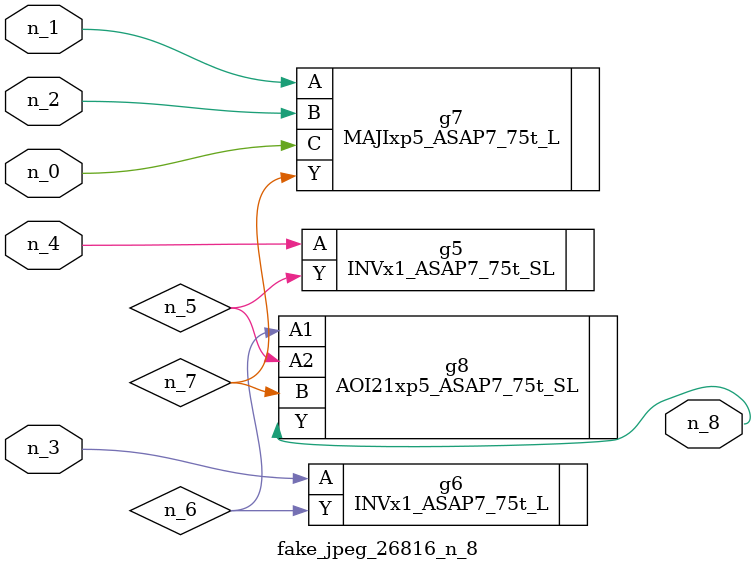
<source format=v>
module fake_jpeg_26816_n_8 (n_3, n_2, n_1, n_0, n_4, n_8);

input n_3;
input n_2;
input n_1;
input n_0;
input n_4;

output n_8;

wire n_6;
wire n_5;
wire n_7;

INVx1_ASAP7_75t_SL g5 ( 
.A(n_4),
.Y(n_5)
);

INVx1_ASAP7_75t_L g6 ( 
.A(n_3),
.Y(n_6)
);

MAJIxp5_ASAP7_75t_L g7 ( 
.A(n_1),
.B(n_2),
.C(n_0),
.Y(n_7)
);

AOI21xp5_ASAP7_75t_SL g8 ( 
.A1(n_6),
.A2(n_5),
.B(n_7),
.Y(n_8)
);


endmodule
</source>
